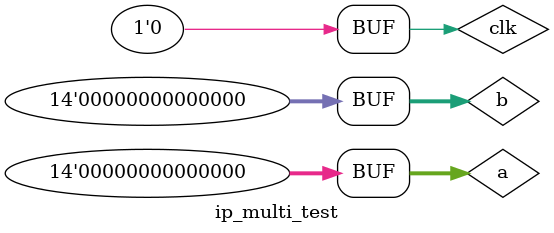
<source format=v>
`timescale 1ns / 1ps


module ip_multi_test;

	// Inputs
	reg clk;
	reg [13:0] a;
	reg [13:0] b;

	// Outputs
	wire [14:0] p;

	// Instantiate the Unit Under Test (UUT)
	ip_multi uut (
		.clk(clk), 
		.a(a), 
		.b(b), 
		.p(p)
	);

	initial begin
		// Initialize Inputs
		clk = 0;
		a = 0;
		b = 0;

		// Wait 100 ns for global reset to finish
		#100;
        
		// Add stimulus here

	end
      
endmodule


</source>
